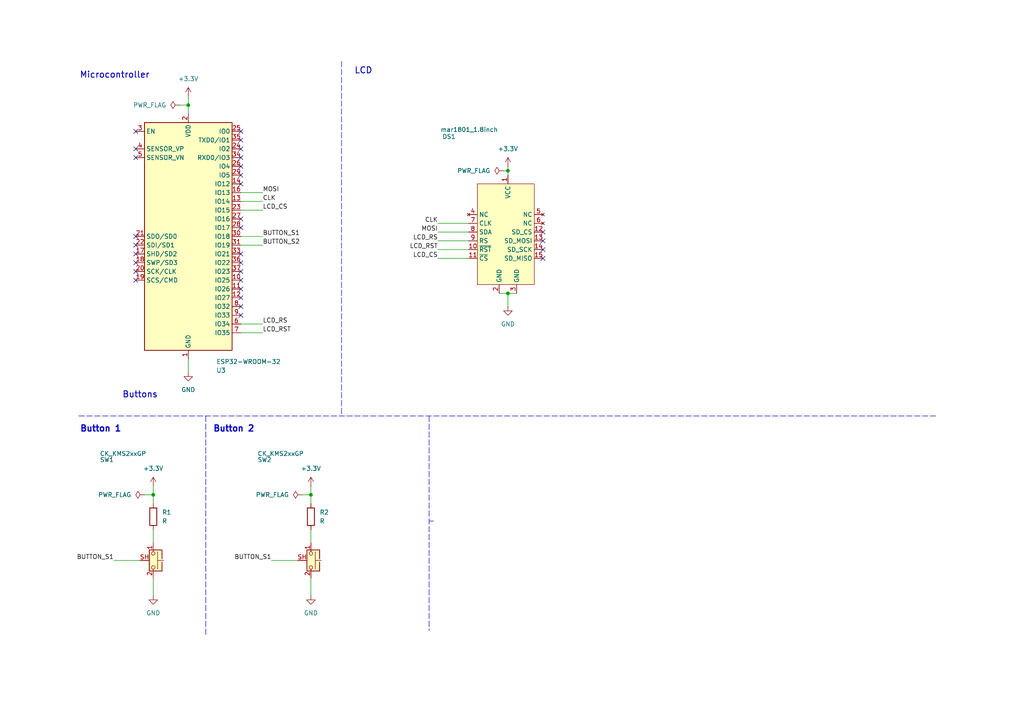
<source format=kicad_sch>
(kicad_sch (version 20231120) (generator "eeschema") (generator_version "8.0")
  (paper "A4")
  (title_block (title "Guardian Schematic") (date "2024-10-06") (rev "V0.2") (company "University Augsburg") (comment 3 "Authored by: Gabriel Cmiel") (comment 4 "Project Website: https://github.com/Mudderschiff/IoT-election"))
  (lib_symbols
    (symbol "Device:R" (pin_numbers hide) (pin_names (offset 0))
      (property "Reference" "R" (at 2.032 0 90))
      (property "Value" "R" (at 0 0 90))
      (symbol "R_0_1"
        (rectangle (start -1.016 -2.54) (end 1.016 2.54) (stroke (width 0.254)))
      )
      (symbol "R_1_1"
        (pin passive line (at 0 3.81 270) (length 1.27) (name "~") (number "1"))
        (pin passive line (at 0 -3.81 90) (length 1.27) (name "~") (number "2"))
      )
    )
    (symbol "RF_Module:ESP32-WROOM-32"
      (property "Reference" "U" (at -12.7 34.29 0))
      (property "Value" "ESP32-WROOM-32" (at 1.27 34.29 0))
      (symbol "ESP32-WROOM-32_0_1"
        (rectangle (start -12.7 33.02) (end 12.7 -33.02) (stroke (width 0.254)) (fill (type background)))
      )
      (symbol "ESP32-WROOM-32_1_1"
        (pin power_in line (at 0 -35.56 90) (length 2.54) (name "GND") (number "1"))
        (pin bidirectional line (at 15.24 -12.7 180) (length 2.54) (name "IO25") (number "10"))
        (pin bidirectional line (at 15.24 -15.24 180) (length 2.54) (name "IO26") (number "11"))
        (pin bidirectional line (at 15.24 -17.78 180) (length 2.54) (name "IO27") (number "12"))
        (pin bidirectional line (at 15.24 10.16 180) (length 2.54) (name "IO14") (number "13"))
        (pin bidirectional line (at 15.24 15.24 180) (length 2.54) (name "IO12") (number "14"))
        (pin passive line (at 0 -35.56 90) (length 2.54) hide (name "GND") (number "15"))
        (pin bidirectional line (at 15.24 12.7 180) (length 2.54) (name "IO13") (number "16"))
        (pin bidirectional line (at -15.24 -5.08 0) (length 2.54) (name "SHD/SD2") (number "17"))
        (pin bidirectional line (at -15.24 -7.62 0) (length 2.54) (name "SWP/SD3") (number "18"))
        (pin bidirectional line (at -15.24 -12.7 0) (length 2.54) (name "SCS/CMD") (number "19"))
        (pin power_in line (at 0 35.56 270) (length 2.54) (name "VDD") (number "2"))
        (pin bidirectional line (at -15.24 -10.16 0) (length 2.54) (name "SCK/CLK") (number "20"))
        (pin bidirectional line (at -15.24 0 0) (length 2.54) (name "SDO/SD0") (number "21"))
        (pin bidirectional line (at -15.24 -2.54 0) (length 2.54) (name "SDI/SD1") (number "22"))
        (pin bidirectional line (at 15.24 7.62 180) (length 2.54) (name "IO15") (number "23"))
        (pin bidirectional line (at 15.24 25.4 180) (length 2.54) (name "IO2") (number "24"))
        (pin bidirectional line (at 15.24 30.48 180) (length 2.54) (name "IO0") (number "25"))
        (pin bidirectional line (at 15.24 20.32 180) (length 2.54) (name "IO4") (number "26"))
        (pin bidirectional line (at 15.24 5.08 180) (length 2.54) (name "IO16") (number "27"))
        (pin bidirectional line (at 15.24 2.54 180) (length 2.54) (name "IO17") (number "28"))
        (pin bidirectional line (at 15.24 17.78 180) (length 2.54) (name "IO5") (number "29"))
        (pin input line (at -15.24 30.48 0) (length 2.54) (name "EN") (number "3"))
        (pin bidirectional line (at 15.24 0 180) (length 2.54) (name "IO18") (number "30"))
        (pin bidirectional line (at 15.24 -2.54 180) (length 2.54) (name "IO19") (number "31"))
        (pin no_connect line (at -12.7 -27.94 0) (length 2.54) hide (name "NC") (number "32"))
        (pin bidirectional line (at 15.24 -5.08 180) (length 2.54) (name "IO21") (number "33"))
        (pin bidirectional line (at 15.24 22.86 180) (length 2.54) (name "RXD0/IO3") (number "34"))
        (pin bidirectional line (at 15.24 27.94 180) (length 2.54) (name "TXD0/IO1") (number "35"))
        (pin bidirectional line (at 15.24 -7.62 180) (length 2.54) (name "IO22") (number "36"))
        (pin bidirectional line (at 15.24 -10.16 180) (length 2.54) (name "IO23") (number "37"))
        (pin passive line (at 0 -35.56 90) (length 2.54) hide (name "GND") (number "38"))
        (pin passive line (at 0 -35.56 90) (length 2.54) hide (name "GND") (number "39"))
        (pin input line (at -15.24 25.4 0) (length 2.54) (name "SENSOR_VP") (number "4"))
        (pin input line (at -15.24 22.86 0) (length 2.54) (name "SENSOR_VN") (number "5"))
        (pin input line (at 15.24 -25.4 180) (length 2.54) (name "IO34") (number "6"))
        (pin input line (at 15.24 -27.94 180) (length 2.54) (name "IO35") (number "7"))
        (pin bidirectional line (at 15.24 -20.32 180) (length 2.54) (name "IO32") (number "8"))
        (pin bidirectional line (at 15.24 -22.86 180) (length 2.54) (name "IO33") (number "9"))
      )
    )
    (symbol "Switch:CK_KMS2xxGP" (pin_names (offset 1.016) hide)
      (property "Reference" "SW" (at 4.318 2.032 0))
      (property "Value" "CK_KMS2xxGP" (at 0 4.572 0))
      (symbol "CK_KMS2xxGP_0_1"
        (circle (center -2.032 0) (radius 0.508))
        (polyline (pts (xy 0 1.27) (xy 0 3.048)))
        (polyline (pts (xy 2.54 1.27) (xy -2.54 1.27)))
        (polyline (pts (xy 0.508 2.54) (xy 3.048 2.54) (xy 3.048 -1.143) (xy -3.048 -1.143) (xy -3.048 2.54) (xy -0.508 2.54)) (stroke (width -0.0254)))
        (polyline (pts (xy 0.508 2.54) (xy 3.048 2.54) (xy 3.048 -1.143) (xy -3.048 -1.143) (xy -3.048 2.54) (xy -0.508 2.54)) (stroke (width 0.254)))
        (circle (center 2.032 0) (radius 0.508))
        (pin passive line (at -5.08 0 0) (length 2.54) (name "1") (number "1"))
        (pin passive line (at 5.08 0 180) (length 2.54) (name "2") (number "2"))
      )
      (symbol "CK_KMS2xxGP_1_1"
        (rectangle (start -3.048 2.54) (end 3.048 -1.27) (stroke (width -0.0254)) (fill (type background)))
        (pin passive line (at 0 -3.81 90) (length 2.54) (name "B") (number "SH"))
      )
    )
    (symbol "display:mar1801_1.8inch"
      (property "Reference" "DS" (at -7.62 17.018 0))
      (property "Value" "mar1801_1.8inch" (at 13.97 -16.51 0))
      (symbol "mar1801_1.8inch_1_1"
        (rectangle (start -8.89 15.24) (end 7.62 -13.97) (fill (type background)))
        (pin power_in line (at 0 17.78 270) (length 2.54) (name "VCC") (number "1"))
        (pin bidirectional line (at -11.43 -3.81 0) (length 2.54) (name "~{RST}") (number "10"))
        (pin bidirectional line (at -11.43 -6.35 0) (length 2.54) (name "~{CS}") (number "11"))
        (pin bidirectional line (at 10.16 1.27 180) (length 2.54) (name "SD_CS") (number "12"))
        (pin bidirectional line (at 10.16 -1.27 180) (length 2.54) (name "SD_MOSI") (number "13"))
        (pin bidirectional line (at 10.16 -3.81 180) (length 2.54) (name "SD_SCK") (number "14"))
        (pin bidirectional line (at 10.16 -6.35 180) (length 2.54) (name "SD_MISO") (number "15"))
        (pin power_in line (at -2.54 -16.51 90) (length 2.54) (name "GND") (number "2"))
        (pin power_in line (at 2.54 -16.51 90) (length 2.54) (name "GND") (number "3"))
        (pin no_connect line (at -11.43 6.35 0) (length 2.54) (name "NC") (number "4"))
        (pin no_connect line (at 10.16 6.35 180) (length 2.54) (name "NC") (number "5"))
        (pin no_connect line (at 10.16 3.81 180) (length 2.54) (name "NC") (number "6"))
        (pin input line (at -11.43 3.81 0) (length 2.54) (name "CLK") (number "7"))
        (pin bidirectional line (at -11.43 1.27 0) (length 2.54) (name "SDA") (number "8"))
        (pin bidirectional line (at -11.43 -1.27 0) (length 2.54) (name "RS") (number "9"))
      )
    )
    (symbol "power:+3.3V" (power) (pin_numbers hide) (pin_names (offset 0) hide)
      (property "Value" "+3.3V" (at 0 3.556 0))
      (symbol "+3.3V_0_1"
        (polyline (pts (xy -0.762 1.27) (xy 0 2.54)))
        (polyline (pts (xy 0 0) (xy 0 2.54)))
        (polyline (pts (xy 0 2.54) (xy 0.762 1.27)))
      )
      (symbol "+3.3V_1_1"
        (pin power_in line (at 0 0 90) (length 0) (name "~") (number "1"))
      )
    )
    (symbol "power:GND" (power) (pin_numbers hide) (pin_names (offset 0) hide)
      (property "Value" "GND" (at 0 -3.81 0))
      (symbol "GND_0_1"
        (polyline (pts (xy 0 0) (xy 0 -1.27) (xy 1.27 -1.27) (xy 0 -2.54) (xy -1.27 -1.27) (xy 0 -1.27)))
      )
      (symbol "GND_1_1"
        (pin power_in line (at 0 0 270) (length 0) (name "~") (number "1"))
      )
    )
    (symbol "power:PWR_FLAG" (power) (pin_numbers hide) (pin_names (offset 0) hide)
      (property "Value" "PWR_FLAG" (at 0 3.81 0))
      (symbol "PWR_FLAG_0_0"
        (pin power_out line (at 0 0 90) (length 0) (name "~") (number "1"))
      )
      (symbol "PWR_FLAG_0_1"
        (polyline (pts (xy 0 0) (xy 0 1.27) (xy -1.016 1.905) (xy 0 2.54) (xy 1.016 1.905) (xy 0 1.27)))
      )
    )
  )
  (junction (at 54.61 30.48))
  (junction (at 147.32 85.09))
  (junction (at 44.45 143.51))
  (junction (at 147.32 49.53))
  (junction (at 90.17 143.51))
  (no_connect (at 157.48 74.93))
  (no_connect (at 39.37 78.74))
  (no_connect (at 69.85 83.82))
  (no_connect (at 69.85 88.9))
  (no_connect (at 39.37 71.12))
  (no_connect (at 69.85 40.64))
  (no_connect (at 157.48 72.39))
  (no_connect (at 39.37 45.72))
  (no_connect (at 39.37 43.18))
  (no_connect (at 69.85 53.34))
  (no_connect (at 69.85 66.04))
  (no_connect (at 69.85 63.5))
  (no_connect (at 69.85 78.74))
  (no_connect (at 69.85 38.1))
  (no_connect (at 69.85 50.8))
  (no_connect (at 69.85 91.44))
  (no_connect (at 69.85 81.28))
  (no_connect (at 69.85 43.18))
  (no_connect (at 39.37 73.66))
  (no_connect (at 39.37 76.2))
  (no_connect (at 157.48 67.31))
  (no_connect (at 69.85 86.36))
  (no_connect (at 69.85 45.72))
  (no_connect (at 69.85 73.66))
  (no_connect (at 69.85 48.26))
  (no_connect (at 39.37 68.58))
  (no_connect (at 69.85 76.2))
  (no_connect (at 157.48 69.85))
  (no_connect (at 39.37 81.28))
  (no_connect (at 39.37 38.1))
  (polyline (pts (xy 59.69 120.65) (xy 59.69 184.15)) (stroke (width 0) (type dash)))
  (wire (pts (xy 41.91 143.51) (xy 44.45 143.51)))
  (wire (pts (xy 127 69.85) (xy 135.89 69.85)))
  (wire (pts (xy 69.85 68.58) (xy 76.2 68.58)))
  (wire (pts (xy 52.07 30.48) (xy 54.61 30.48)))
  (polyline (pts (xy 124.46 120.65) (xy 124.46 182.88)) (stroke (width 0) (type dash)))
  (wire (pts (xy 87.63 143.51) (xy 90.17 143.51)))
  (wire (pts (xy 90.17 153.67) (xy 90.17 157.48)))
  (wire (pts (xy 44.45 140.97) (xy 44.45 143.51)))
  (wire (pts (xy 127 74.93) (xy 135.89 74.93)))
  (wire (pts (xy 90.17 143.51) (xy 90.17 146.05)))
  (wire (pts (xy 44.45 143.51) (xy 44.45 146.05)))
  (wire (pts (xy 78.74 162.56) (xy 86.36 162.56)))
  (wire (pts (xy 127 72.39) (xy 135.89 72.39)))
  (wire (pts (xy 69.85 96.52) (xy 76.2 96.52)))
  (polyline (pts (xy 22.86 120.65) (xy 271.78 120.65)) (stroke (width 0) (type dash)))
  (wire (pts (xy 54.61 30.48) (xy 54.61 33.02)))
  (wire (pts (xy 69.85 55.88) (xy 76.2 55.88)))
  (wire (pts (xy 69.85 93.98) (xy 76.2 93.98)))
  (wire (pts (xy 127 67.31) (xy 135.89 67.31)))
  (wire (pts (xy 146.05 49.53) (xy 147.32 49.53)))
  (polyline (pts (xy 99.06 17.78) (xy 99.06 120.65)) (stroke (width 0) (type dash)))
  (wire (pts (xy 44.45 167.64) (xy 44.45 172.72)))
  (wire (pts (xy 69.85 58.42) (xy 76.2 58.42)))
  (wire (pts (xy 69.85 71.12) (xy 76.2 71.12)))
  (wire (pts (xy 33.02 162.56) (xy 40.64 162.56)))
  (wire (pts (xy 147.32 85.09) (xy 149.86 85.09)))
  (wire (pts (xy 54.61 27.94) (xy 54.61 30.48)))
  (wire (pts (xy 54.61 104.14) (xy 54.61 107.95)))
  (wire (pts (xy 90.17 167.64) (xy 90.17 172.72)))
  (wire (pts (xy 44.45 153.67) (xy 44.45 157.48)))
  (wire (pts (xy 147.32 49.53) (xy 147.32 50.8)))
  (wire (pts (xy 69.85 60.96) (xy 76.2 60.96)))
  (wire (pts (xy 147.32 48.26) (xy 147.32 49.53)))
  (wire (pts (xy 127 64.77) (xy 135.89 64.77)))
  (wire (pts (xy 147.32 85.09) (xy 144.78 85.09)))
  (wire (pts (xy 90.17 140.97) (xy 90.17 143.51)))
  (wire (pts (xy 147.32 88.9) (xy 147.32 85.09)))
  (polyline (pts (xy 124.46 151.13) (xy 125.73 151.13)) (stroke (width 0) (type dash)))
  (text "Buttons" (at 40.64 114.554 0) (effects (font (size 1.778 1.778) (thickness 0.254) (bold yes))))
  (text "Button 1\n" (at 29.21 124.46 0) (effects (font (size 1.778 1.778) (thickness 0.3556) (bold yes))))
  (text "LCD" (at 105.41 20.574 0) (effects (font (size 1.778 1.778) (thickness 0.254) (bold yes))))
  (text "Microcontroller" (at 33.274 21.844 0) (effects (font (size 1.778 1.778) (thickness 0.254) (bold yes))))
  (text "Button 2\n" (at 67.818 124.46 0) (effects (font (size 1.778 1.778) (thickness 0.3556) (bold yes))))
  (label "CLK" (at 76.2 58.42 0))
  (label "LCD_RST" (at 127 72.39 180))
  (label "CLK" (at 127 64.77 180))
  (label "LCD_CS" (at 76.2 60.96 0))
  (label "BUTTON_S2" (at 76.2 71.12 0))
  (label "BUTTON_S1" (at 76.2 68.58 0))
  (label "LCD_RS" (at 127 69.85 180))
  (label "LCD_RS" (at 76.2 93.98 0))
  (label "LCD_CS" (at 127 74.93 180))
  (label "MOSI" (at 76.2 55.88 0))
  (label "BUTTON_S1" (at 33.02 162.56 180))
  (label "BUTTON_S1" (at 78.74 162.56 180))
  (label "LCD_RST" (at 76.2 96.52 0))
  (label "MOSI" (at 127 67.31 180))
  (symbol (lib_id "power:+3.3V") (at 54.61 27.94 0) (unit 1)
    (property "Reference" "#PWR08" (effects (hide yes)))
    (property "Value" "+3.3V" (at 54.61 22.86 0))
    (property "Description" "Power symbol creates a global label with name \"+3.3V\"" (effects (hide yes)))
  )
  (symbol (lib_id "power:PWR_FLAG") (at 87.63 143.51 90) (unit 1)
    (property "Reference" "#FLG03" (effects (hide yes)))
    (property "Value" "PWR_FLAG" (at 83.82 143.5099 90) (effects (justify left)))
    (property "Description" "Special symbol for telling ERC where power comes from" (effects (hide yes)))
  )
  (symbol (lib_id "power:GND") (at 44.45 172.72 0) (unit 1)
    (property "Reference" "#PWR02" (effects (hide yes)))
    (property "Value" "GND" (at 44.45 177.8 0))
    (property "Description" "Power symbol creates a global label with name \"GND\" , ground" (effects (hide yes)))
  )
  (symbol (lib_id "power:+3.3V") (at 147.32 48.26 0) (unit 1)
    (property "Reference" "#PWR03" (effects (hide yes)))
    (property "Value" "+3.3V" (at 147.32 43.18 0))
    (property "Description" "Power symbol creates a global label with name \"+3.3V\"" (effects (hide yes)))
  )
  (symbol (lib_id "power:PWR_FLAG") (at 41.91 143.51 90) (unit 1)
    (property "Reference" "#FLG01" (effects (hide yes)))
    (property "Value" "PWR_FLAG" (at 38.1 143.5099 90) (effects (justify left)))
    (property "Description" "Special symbol for telling ERC where power comes from" (effects (hide yes)))
  )
  (symbol (lib_id "Device:R") (at 44.45 149.86 0) (unit 1)
    (property "Reference" "R1" (at 46.99 148.5899 0) (effects (justify left)))
    (property "Value" "R" (at 46.99 151.1299 0) (effects (justify left)))
    (property "Description" "Resistor" (effects (hide yes)))
  )
  (symbol (lib_id "power:+3.3V") (at 44.45 140.97 0) (unit 1)
    (property "Reference" "#PWR07" (effects (hide yes)))
    (property "Value" "+3.3V" (at 44.45 135.89 0))
    (property "Description" "Power symbol creates a global label with name \"+3.3V\"" (effects (hide yes)))
  )
  (symbol (lib_id "RF_Module:ESP32-WROOM-32") (at 54.61 68.58 0) (unit 1)
    (property "Reference" "U3" (at 62.738 107.442 0) (effects (justify left)))
    (property "Value" "ESP32-WROOM-32" (at 62.738 104.902 0) (effects (justify left)))
    (property "Footprint" "RF_Module:ESP32-WROOM-32" (effects (hide yes)))
    (property "Datasheet" "https://www.espressif.com/sites/default/files/documentation/esp32-wroom-32_datasheet_en.pdf" (effects (hide yes)))
    (property "Description" "RF Module, ESP32-D0WDQ6 SoC, Wi-Fi 802.11b/g/n, Bluetooth, BLE, 32-bit, 2.7-3.6V, onboard antenna, SMD" (effects (hide yes)))
  )
  (symbol (lib_id "power:GND") (at 54.61 107.95 0) (unit 1)
    (property "Reference" "#PWR01" (effects (hide yes)))
    (property "Value" "GND" (at 54.61 113.03 0))
    (property "Description" "Power symbol creates a global label with name \"GND\" , ground" (effects (hide yes)))
  )
  (symbol (lib_id "Switch:CK_KMS2xxGP") (at 44.45 162.56 270) (unit 1)
    (property "Reference" "SW1" (at 28.956 133.35 90) (effects (justify left)))
    (property "Value" "CK_KMS2xxGP" (at 28.956 131.572 90) (effects (justify left)))
    (property "Footprint" "Button_Switch_SMD:SW_SPST_CK_KMS2xxGP" (effects (hide yes)))
    (property "Datasheet" "https://www.ckswitches.com/media/1482/kms.pdf" (effects (hide yes)))
    (property "Description" "Microminiature SMT Side Actuated, 4.2 x 2.8 x 1.42mm, with pegs, with shield pin" (effects (hide yes)))
  )
  (symbol (lib_id "power:GND") (at 147.32 88.9 0) (unit 1)
    (property "Reference" "#PWR04" (effects (hide yes)))
    (property "Value" "GND" (at 147.32 93.98 0))
    (property "Description" "Power symbol creates a global label with name \"GND\" , ground" (effects (hide yes)))
  )
  (symbol (lib_id "Switch:CK_KMS2xxGP") (at 90.17 162.56 270) (unit 1)
    (property "Reference" "SW2" (at 74.676 133.35 90) (effects (justify left)))
    (property "Value" "CK_KMS2xxGP" (at 74.676 131.572 90) (effects (justify left)))
    (property "Footprint" "Button_Switch_SMD:SW_SPST_CK_KMS2xxGP" (effects (hide yes)))
    (property "Datasheet" "https://www.ckswitches.com/media/1482/kms.pdf" (effects (hide yes)))
    (property "Description" "Microminiature SMT Side Actuated, 4.2 x 2.8 x 1.42mm, with pegs, with shield pin" (effects (hide yes)))
  )
  (symbol (lib_id "power:GND") (at 90.17 172.72 0) (unit 1)
    (property "Reference" "#PWR06" (effects (hide yes)))
    (property "Value" "GND" (at 90.17 177.8 0))
    (property "Description" "Power symbol creates a global label with name \"GND\" , ground" (effects (hide yes)))
  )
  (symbol (lib_id "power:PWR_FLAG") (at 52.07 30.48 90) (unit 1)
    (property "Reference" "#FLG05" (effects (hide yes)))
    (property "Value" "PWR_FLAG" (at 48.26 30.4799 90) (effects (justify left)))
    (property "Description" "Special symbol for telling ERC where power comes from" (effects (hide yes)))
  )
  (symbol (lib_id "display:mar1801_1.8inch") (at 147.32 68.58 0) (unit 1)
    (property "Reference" "DS1" (at 128.27 39.624 0) (effects (justify left)))
    (property "Value" "mar1801_1.8inch" (at 127.762 37.592 0) (effects (justify left)))
    (property "Datasheet" "http://www.lcdwiki.com/res/MAR1801/1.8inch_Arduino_SPI_Module_MAR1801_User_Manual_EN.pdf" (effects (hide yes)))
  )
  (symbol (lib_id "Device:R") (at 90.17 149.86 0) (unit 1)
    (property "Reference" "R2" (at 92.71 148.5899 0) (effects (justify left)))
    (property "Value" "R" (at 92.71 151.1299 0) (effects (justify left)))
    (property "Description" "Resistor" (effects (hide yes)))
  )
  (symbol (lib_id "power:PWR_FLAG") (at 146.05 49.53 90) (unit 1)
    (property "Reference" "#FLG02" (effects (hide yes)))
    (property "Value" "PWR_FLAG" (at 142.24 49.5299 90) (effects (justify left)))
    (property "Description" "Special symbol for telling ERC where power comes from" (effects (hide yes)))
  )
  (symbol (lib_id "power:+3.3V") (at 90.17 140.97 0) (unit 1)
    (property "Reference" "#PWR05" (effects (hide yes)))
    (property "Value" "+3.3V" (at 90.17 135.89 0))
    (property "Description" "Power symbol creates a global label with name \"+3.3V\"" (effects (hide yes)))
  )
)
</source>
